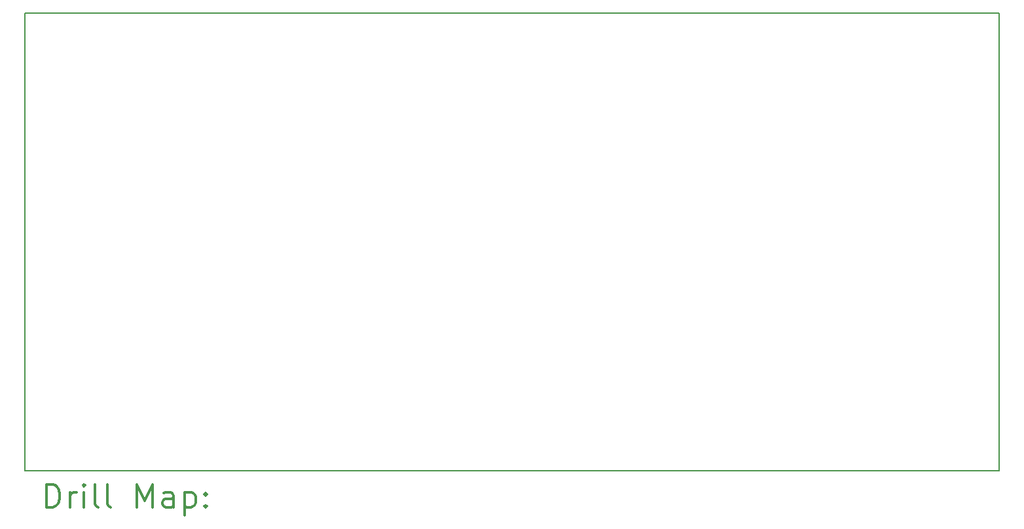
<source format=gbr>
%FSLAX45Y45*%
G04 Gerber Fmt 4.5, Leading zero omitted, Abs format (unit mm)*
G04 Created by KiCad (PCBNEW 5.1.5+dfsg1-2build2) date 2023-04-13 23:08:09*
%MOMM*%
%LPD*%
G04 APERTURE LIST*
%TA.AperFunction,Profile*%
%ADD10C,0.150000*%
%TD*%
%ADD11C,0.200000*%
%ADD12C,0.300000*%
G04 APERTURE END LIST*
D10*
X21150000Y-15070000D02*
X21150000Y-9150000D01*
X8550000Y-15070000D02*
X8550000Y-9150000D01*
X8550000Y-9150000D02*
X21150000Y-9150000D01*
X8550000Y-15070000D02*
X21150000Y-15070000D01*
D11*
D12*
X8828928Y-15543214D02*
X8828928Y-15243214D01*
X8900357Y-15243214D01*
X8943214Y-15257500D01*
X8971786Y-15286071D01*
X8986071Y-15314643D01*
X9000357Y-15371786D01*
X9000357Y-15414643D01*
X8986071Y-15471786D01*
X8971786Y-15500357D01*
X8943214Y-15528929D01*
X8900357Y-15543214D01*
X8828928Y-15543214D01*
X9128928Y-15543214D02*
X9128928Y-15343214D01*
X9128928Y-15400357D02*
X9143214Y-15371786D01*
X9157500Y-15357500D01*
X9186071Y-15343214D01*
X9214643Y-15343214D01*
X9314643Y-15543214D02*
X9314643Y-15343214D01*
X9314643Y-15243214D02*
X9300357Y-15257500D01*
X9314643Y-15271786D01*
X9328928Y-15257500D01*
X9314643Y-15243214D01*
X9314643Y-15271786D01*
X9500357Y-15543214D02*
X9471786Y-15528929D01*
X9457500Y-15500357D01*
X9457500Y-15243214D01*
X9657500Y-15543214D02*
X9628928Y-15528929D01*
X9614643Y-15500357D01*
X9614643Y-15243214D01*
X10000357Y-15543214D02*
X10000357Y-15243214D01*
X10100357Y-15457500D01*
X10200357Y-15243214D01*
X10200357Y-15543214D01*
X10471786Y-15543214D02*
X10471786Y-15386071D01*
X10457500Y-15357500D01*
X10428928Y-15343214D01*
X10371786Y-15343214D01*
X10343214Y-15357500D01*
X10471786Y-15528929D02*
X10443214Y-15543214D01*
X10371786Y-15543214D01*
X10343214Y-15528929D01*
X10328928Y-15500357D01*
X10328928Y-15471786D01*
X10343214Y-15443214D01*
X10371786Y-15428929D01*
X10443214Y-15428929D01*
X10471786Y-15414643D01*
X10614643Y-15343214D02*
X10614643Y-15643214D01*
X10614643Y-15357500D02*
X10643214Y-15343214D01*
X10700357Y-15343214D01*
X10728928Y-15357500D01*
X10743214Y-15371786D01*
X10757500Y-15400357D01*
X10757500Y-15486071D01*
X10743214Y-15514643D01*
X10728928Y-15528929D01*
X10700357Y-15543214D01*
X10643214Y-15543214D01*
X10614643Y-15528929D01*
X10886071Y-15514643D02*
X10900357Y-15528929D01*
X10886071Y-15543214D01*
X10871786Y-15528929D01*
X10886071Y-15514643D01*
X10886071Y-15543214D01*
X10886071Y-15357500D02*
X10900357Y-15371786D01*
X10886071Y-15386071D01*
X10871786Y-15371786D01*
X10886071Y-15357500D01*
X10886071Y-15386071D01*
M02*

</source>
